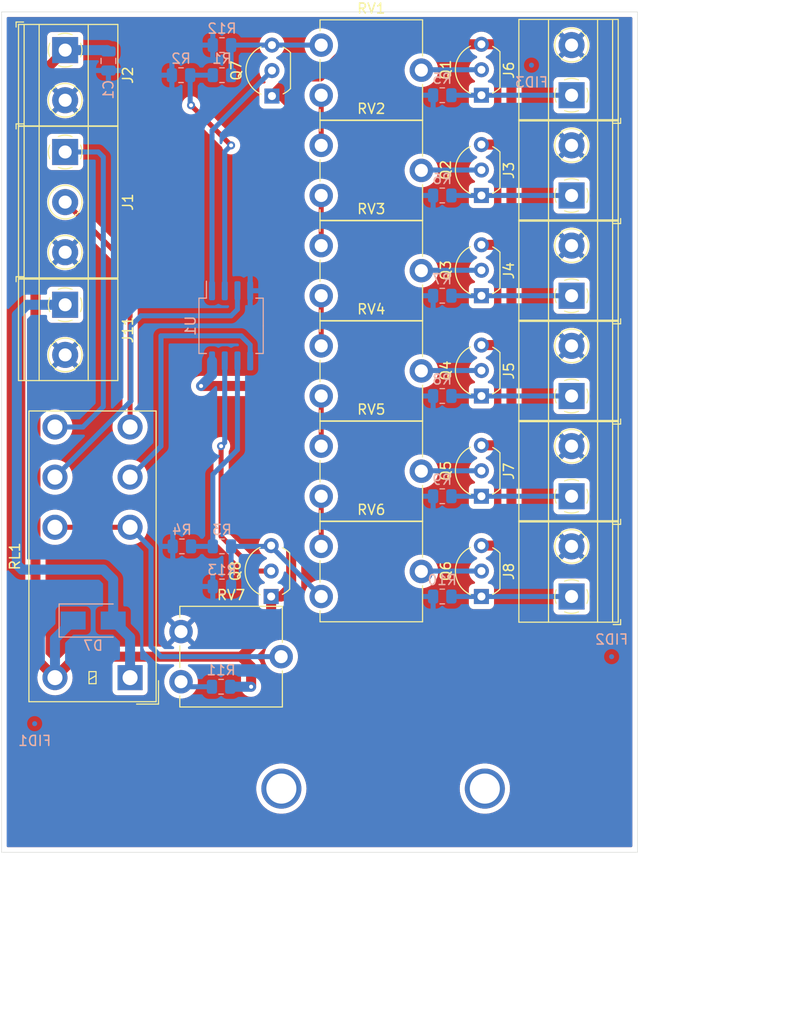
<source format=kicad_pcb>
(kicad_pcb (version 20211014) (generator pcbnew)
  (layers (0 "F.Cu" signal) (31 "B.Cu" signal) (34 "B.Paste" user) (35 "F.Paste" user) (36 "B.SilkS" user "B.Silkscreen") (37 "F.SilkS" user "F.Silkscreen") (38 "B.Mask" user) (39 "F.Mask" user) (44 "Edge.Cuts" user))
  (net 0 "")
  (net 1 "GND")
  (net 2 "+12V")
  (net 3 "Net-(J3-Pad1)")
  (net 4 "Net-(J4-Pad1)")
  (net 5 "Net-(J5-Pad1)")
  (net 6 "Net-(J6-Pad1)")
  (net 7 "Net-(J7-Pad1)")
  (net 8 "Net-(J8-Pad1)")
  (net 9 "Net-(RV1-Pad1)")
  (net 10 "Net-(RV3-Pad1)")
  (net 11 "Net-(D7-Pad2)")
  (net 12 "Net-(J1-Pad1)")
  (net 13 "Net-(J1-Pad2)")
  (net 14 "Net-(R11-Pad2)")
  (net 15 "Net-(RL1-Pad2)")
  (net 16 "Net-(Q1-Pad2)")
  (net 17 "Net-(Q2-Pad2)")
  (net 18 "Net-(Q3-Pad2)")
  (net 19 "Net-(Q4-Pad2)")
  (net 20 "Net-(Q5-Pad2)")
  (net 21 "Net-(Q6-Pad2)")
  (net 22 "Net-(RV2-Pad1)")
  (net 23 "Net-(RL1-Pad3)")
  (net 24 "Net-(RL1-Pad6)")
  (net 25 "Net-(Q7-Pad2)")
  (net 26 "Net-(Q7-Pad3)")
  (net 27 "Net-(Q8-Pad2)")
  (net 28 "Net-(Q8-Pad3)")
  (net 29 "Net-(R1-Pad2)")
  (net 30 "Net-(R3-Pad2)")
  (net 31 "Net-(RV4-Pad1)")
  (net 32 "Net-(RV5-Pad1)")
  (footprint "TerminalBlock_Phoenix:TerminalBlock_Phoenix_MKDS-1,5-2_1x02_P5.00mm_Horizontal" (layer "F.Cu") (at 189 118 90)
    (fp_text reference "J8" (at 2.5 -6.26 90) (layer "F.SilkS"))
    (fp_text value "LAMP6")
    (pad "1" thru_hole rect locked (at 0 0 90) (size 2.6 2.6) (drill 1.3) (layers *.Cu *.Mask) (net 8 "Net-(J8-Pad1)"))
    (pad "2" thru_hole circle locked (at 5 0 90) (size 2.6 2.6) (drill 1.3) (layers *.Cu *.Mask) (net 1 "GND"))
  )
  (footprint "TerminalBlock_Phoenix:TerminalBlock_Phoenix_MKDS-1,5-2_1x02_P5.00mm_Horizontal" (layer "F.Cu") (at 189 88 90)
    (fp_text reference "J4" (at 2.5 -6.26 90) (layer "F.SilkS"))
    (fp_text value "LAMP3")
    (pad "1" thru_hole rect locked (at 0 0 90) (size 2.6 2.6) (drill 1.3) (layers *.Cu *.Mask) (net 4 "Net-(J4-Pad1)"))
    (pad "2" thru_hole circle locked (at 5 0 90) (size 2.6 2.6) (drill 1.3) (layers *.Cu *.Mask) (net 1 "GND"))
  )
  (footprint "TerminalBlock_Phoenix:TerminalBlock_Phoenix_MKDS-1,5-2_1x02_P5.00mm_Horizontal" (layer "F.Cu") (at 189 78 90)
    (fp_text reference "J3" (at 2.5 -6.26 90) (layer "F.SilkS"))
    (fp_text value "LAMP2")
    (pad "1" thru_hole rect locked (at 0 0 90) (size 2.6 2.6) (drill 1.3) (layers *.Cu *.Mask) (net 3 "Net-(J3-Pad1)"))
    (pad "2" thru_hole circle locked (at 5 0 90) (size 2.6 2.6) (drill 1.3) (layers *.Cu *.Mask) (net 1 "GND"))
  )
  (footprint "TerminalBlock_Phoenix:TerminalBlock_Phoenix_MKDS-1,5-2_1x02_P5.00mm_Horizontal" (layer "F.Cu") (at 189 108 90)
    (fp_text reference "J7" (at 2.5 -6.26 90) (layer "F.SilkS"))
    (fp_text value "LAMP5")
    (pad "1" thru_hole rect locked (at 0 0 90) (size 2.6 2.6) (drill 1.3) (layers *.Cu *.Mask) (net 7 "Net-(J7-Pad1)"))
    (pad "2" thru_hole circle locked (at 5 0 90) (size 2.6 2.6) (drill 1.3) (layers *.Cu *.Mask) (net 1 "GND"))
  )
  (footprint "TerminalBlock_Phoenix:TerminalBlock_Phoenix_MKDS-1,5-2_1x02_P5.00mm_Horizontal" (layer "F.Cu") (at 189 68 90)
    (fp_text reference "J6" (at 2.5 -6.26 90) (layer "F.SilkS"))
    (fp_text value "LAMP1")
    (pad "1" thru_hole rect locked (at 0 0 90) (size 2.6 2.6) (drill 1.3) (layers *.Cu *.Mask) (net 6 "Net-(J6-Pad1)"))
    (pad "2" thru_hole circle locked (at 5 0 90) (size 2.6 2.6) (drill 1.3) (layers *.Cu *.Mask) (net 1 "GND"))
  )
  (footprint "TerminalBlock_Phoenix:TerminalBlock_Phoenix_MKDS-1,5-2_1x02_P5.00mm_Horizontal" (layer "F.Cu") (at 189 98 90)
    (fp_text reference "J5" (at 2.5 -6.26 90) (layer "F.SilkS"))
    (fp_text value "LAMP4")
    (pad "1" thru_hole rect locked (at 0 0 90) (size 2.6 2.6) (drill 1.3) (layers *.Cu *.Mask) (net 5 "Net-(J5-Pad1)"))
    (pad "2" thru_hole circle locked (at 5 0 90) (size 2.6 2.6) (drill 1.3) (layers *.Cu *.Mask) (net 1 "GND"))
  )
  (footprint "TerminalBlock_Phoenix:TerminalBlock_Phoenix_MKDS-1,5-3_1x03_P5.00mm_Horizontal" (layer "F.Cu") (at 138.43 73.66 -90)
    (fp_text reference "J1" (at 5 -6.26 90) (layer "F.SilkS"))
    (fp_text value "IN")
    (pad "1" thru_hole rect locked (at 0 0 270) (size 2.6 2.6) (drill 1.3) (layers *.Cu *.Mask) (net 12 "Net-(J1-Pad1)"))
    (pad "2" thru_hole circle locked (at 5 0 270) (size 2.6 2.6) (drill 1.3) (layers *.Cu *.Mask) (net 13 "Net-(J1-Pad2)"))
    (pad "3" thru_hole circle locked (at 10 0 270) (size 2.6 2.6) (drill 1.3) (layers *.Cu *.Mask) (net 1 "GND"))
  )
  (footprint "TerminalBlock_Phoenix:TerminalBlock_Phoenix_MKDS-1,5-2_1x02_P5.00mm_Horizontal" (layer "F.Cu") (at 138.43 63.5 -90)
    (fp_text reference "J2" (at 2.5 -6.26 90) (layer "F.SilkS"))
    (fp_text value "POWER")
    (pad "1" thru_hole rect locked (at 0 0 270) (size 2.6 2.6) (drill 1.3) (layers *.Cu *.Mask) (net 2 "+12V"))
    (pad "2" thru_hole circle locked (at 5 0 270) (size 2.6 2.6) (drill 1.3) (layers *.Cu *.Mask) (net 1 "GND"))
  )
  (footprint "Package_TO_SOT_THT:TO-92_Inline_Wide" (layer "F.Cu") (at 180 108 90)
    (fp_text reference "Q5" (at 2.54 -3.56 90) (layer "F.SilkS"))
    (fp_text value "2N2222")
    (pad "1" thru_hole rect (at 0 0 90) (size 1.5 1.5) (drill 0.8) (layers *.Cu *.Mask) (net 7 "Net-(J7-Pad1)"))
    (pad "2" thru_hole circle (at 2.54 0 90) (size 1.5 1.5) (drill 0.8) (layers *.Cu *.Mask) (net 20 "Net-(Q5-Pad2)"))
    (pad "3" thru_hole circle (at 5.08 0 90) (size 1.5 1.5) (drill 0.8) (layers *.Cu *.Mask) (net 2 "+12V"))
  )
  (footprint "Package_TO_SOT_THT:TO-92_Inline_Wide" (layer "F.Cu") (at 180 78 90)
    (fp_text reference "Q2" (at 2.54 -3.56 90) (layer "F.SilkS"))
    (fp_text value "2N2222")
    (pad "1" thru_hole rect (at 0 0 90) (size 1.5 1.5) (drill 0.8) (layers *.Cu *.Mask) (net 3 "Net-(J3-Pad1)"))
    (pad "2" thru_hole circle (at 2.54 0 90) (size 1.5 1.5) (drill 0.8) (layers *.Cu *.Mask) (net 17 "Net-(Q2-Pad2)"))
    (pad "3" thru_hole circle (at 5.08 0 90) (size 1.5 1.5) (drill 0.8) (layers *.Cu *.Mask) (net 2 "+12V"))
  )
  (footprint "TerminalBlock_Phoenix:TerminalBlock_Phoenix_MKDS-1,5-2_1x02_P5.00mm_Horizontal" (layer "F.Cu") (at 138.43 88.9 -90)
    (fp_text reference "J11" (at 2.5 -6.26 90) (layer "F.SilkS"))
    (fp_text value "ENABLE")
    (pad "1" thru_hole rect (at 0 0 270) (size 2.6 2.6) (drill 1.3) (layers *.Cu *.Mask) (net 11 "Net-(D7-Pad2)"))
    (pad "2" thru_hole circle (at 5 0 270) (size 2.6 2.6) (drill 1.3) (layers *.Cu *.Mask) (net 1 "GND"))
  )
  (footprint "Potentiometer_THT:Potentiometer_ACP_CA9-V10_Vertical" (layer "F.Cu") (at 164 98)
    (fp_text reference "RV4" (at 5 -8.65) (layer "F.SilkS"))
    (fp_text value "20k")
    (pad "1" thru_hole circle (at 0 0) (size 2.34 2.34) (drill 1.3) (layers *.Cu *.Mask) (net 31 "Net-(RV4-Pad1)"))
    (pad "2" thru_hole circle (at 10 -2.5) (size 2.34 2.34) (drill 1.3) (layers *.Cu *.Mask) (net 19 "Net-(Q4-Pad2)"))
    (pad "3" thru_hole circle (at 0 -5) (size 2.34 2.34) (drill 1.3) (layers *.Cu *.Mask) (net 10 "Net-(RV3-Pad1)"))
  )
  (footprint "Potentiometer_THT:Potentiometer_ACP_CA9-V10_Vertical" (layer "F.Cu") (at 164 88)
    (fp_text reference "RV3" (at 5 -8.65) (layer "F.SilkS"))
    (fp_text value "20k")
    (pad "1" thru_hole circle (at 0 0) (size 2.34 2.34) (drill 1.3) (layers *.Cu *.Mask) (net 10 "Net-(RV3-Pad1)"))
    (pad "2" thru_hole circle (at 10 -2.5) (size 2.34 2.34) (drill 1.3) (layers *.Cu *.Mask) (net 18 "Net-(Q3-Pad2)"))
    (pad "3" thru_hole circle (at 0 -5) (size 2.34 2.34) (drill 1.3) (layers *.Cu *.Mask) (net 22 "Net-(RV2-Pad1)"))
  )
  (footprint "Package_TO_SOT_THT:TO-92_Inline_Wide" (layer "F.Cu") (at 159.08 68.08 90)
    (fp_text reference "Q7" (at 2.54 -3.56 90) (layer "F.SilkS"))
    (fp_text value "BC517")
    (pad "1" thru_hole rect (at 0 0 90) (size 1.5 1.5) (drill 0.8) (layers *.Cu *.Mask) (net 2 "+12V"))
    (pad "2" thru_hole circle (at 2.54 0 90) (size 1.5 1.5) (drill 0.8) (layers *.Cu *.Mask) (net 25 "Net-(Q7-Pad2)"))
    (pad "3" thru_hole circle (at 5.08 0 90) (size 1.5 1.5) (drill 0.8) (layers *.Cu *.Mask) (net 26 "Net-(Q7-Pad3)"))
  )
  (footprint "Potentiometer_THT:Potentiometer_ACP_CA9-V10_Vertical" (layer "F.Cu") (at 164 108)
    (fp_text reference "RV5" (at 5 -8.65) (layer "F.SilkS"))
    (fp_text value "20k")
    (pad "1" thru_hole circle (at 0 0) (size 2.34 2.34) (drill 1.3) (layers *.Cu *.Mask) (net 32 "Net-(RV5-Pad1)"))
    (pad "2" thru_hole circle (at 10 -2.5) (size 2.34 2.34) (drill 1.3) (layers *.Cu *.Mask) (net 20 "Net-(Q5-Pad2)"))
    (pad "3" thru_hole circle (at 0 -5) (size 2.34 2.34) (drill 1.3) (layers *.Cu *.Mask) (net 31 "Net-(RV4-Pad1)"))
  )
  (footprint "Potentiometer_THT:Potentiometer_ACP_CA9-V10_Vertical" (layer "F.Cu") (at 164 78)
    (fp_text reference "RV2" (at 5 -8.65) (layer "F.SilkS"))
    (fp_text value "20k")
    (pad "1" thru_hole circle (at 0 0) (size 2.34 2.34) (drill 1.3) (layers *.Cu *.Mask) (net 22 "Net-(RV2-Pad1)"))
    (pad "2" thru_hole circle (at 10 -2.5) (size 2.34 2.34) (drill 1.3) (layers *.Cu *.Mask) (net 17 "Net-(Q2-Pad2)"))
    (pad "3" thru_hole circle (at 0 -5) (size 2.34 2.34) (drill 1.3) (layers *.Cu *.Mask) (net 9 "Net-(RV1-Pad1)"))
  )
  (footprint "Package_TO_SOT_THT:TO-92_Inline_Wide" (layer "F.Cu") (at 159 118 90)
    (fp_text reference "Q8" (at 2.54 -3.56 90) (layer "F.SilkS"))
    (fp_text value "BC517")
    (pad "1" thru_hole rect (at 0 0 90) (size 1.5 1.5) (drill 0.8) (layers *.Cu *.Mask) (net 2 "+12V"))
    (pad "2" thru_hole circle (at 2.54 0 90) (size 1.5 1.5) (drill 0.8) (layers *.Cu *.Mask) (net 27 "Net-(Q8-Pad2)"))
    (pad "3" thru_hole circle (at 5.08 0 90) (size 1.5 1.5) (drill 0.8) (layers *.Cu *.Mask) (net 28 "Net-(Q8-Pad3)"))
  )
  (footprint "Potentiometer_THT:Potentiometer_ACP_CA9-V10_Vertical" (layer "F.Cu") (at 164 118)
    (fp_text reference "RV6" (at 5 -8.65) (layer "F.SilkS"))
    (fp_text value "20k")
    (pad "1" thru_hole circle (at 0 0) (size 2.34 2.34) (drill 1.3) (layers *.Cu *.Mask) (net 28 "Net-(Q8-Pad3)"))
    (pad "2" thru_hole circle (at 10 -2.5) (size 2.34 2.34) (drill 1.3) (layers *.Cu *.Mask) (net 21 "Net-(Q6-Pad2)"))
    (pad "3" thru_hole circle (at 0 -5) (size 2.34 2.34) (drill 1.3) (layers *.Cu *.Mask) (net 32 "Net-(RV5-Pad1)"))
  )
  (footprint "Package_TO_SOT_THT:TO-92_Inline_Wide" (layer "F.Cu") (at 180 118 90)
    (fp_text reference "Q6" (at 2.54 -3.56 90) (layer "F.SilkS"))
    (fp_text value "2N2222")
    (pad "1" thru_hole rect (at 0 0 90) (size 1.5 1.5) (drill 0.8) (layers *.Cu *.Mask) (net 8 "Net-(J8-Pad1)"))
    (pad "2" thru_hole circle (at 2.54 0 90) (size 1.5 1.5) (drill 0.8) (layers *.Cu *.Mask) (net 21 "Net-(Q6-Pad2)"))
    (pad "3" thru_hole circle (at 5.08 0 90) (size 1.5 1.5) (drill 0.8) (layers *.Cu *.Mask) (net 2 "+12V"))
  )
  (footprint "Potentiometer_THT:Potentiometer_ACP_CA9-V10_Vertical" (layer "F.Cu") (at 150 126.5)
    (fp_text reference "RV7" (at 5 -8.65) (layer "F.SilkS"))
    (fp_text value "20k")
    (pad "1" thru_hole circle (at 0 0) (size 2.34 2.34) (drill 1.3) (layers *.Cu *.Mask) (net 14 "Net-(R11-Pad2)"))
    (pad "2" thru_hole circle (at 10 -2.5) (size 2.34 2.34) (drill 1.3) (layers *.Cu *.Mask) (net 15 "Net-(RL1-Pad2)"))
    (pad "3" thru_hole circle (at 0 -5) (size 2.34 2.34) (drill 1.3) (layers *.Cu *.Mask) (net 1 "GND"))
  )
  (footprint "Potentiometer_THT:Potentiometer_ACP_CA9-V10_Vertical" (layer "F.Cu") (at 164 68)
    (fp_text reference "RV1" (at 5 -8.65) (layer "F.SilkS"))
    (fp_text value "20k")
    (pad "1" thru_hole circle (at 0 0) (size 2.34 2.34) (drill 1.3) (layers *.Cu *.Mask) (net 9 "Net-(RV1-Pad1)"))
    (pad "2" thru_hole circle (at 10 -2.5) (size 2.34 2.34) (drill 1.3) (layers *.Cu *.Mask) (net 16 "Net-(Q1-Pad2)"))
    (pad "3" thru_hole circle (at 0 -5) (size 2.34 2.34) (drill 1.3) (layers *.Cu *.Mask) (net 26 "Net-(Q7-Pad3)"))
  )
  (footprint "Package_TO_SOT_THT:TO-92_Inline_Wide" (layer "F.Cu") (at 180 98 90)
    (fp_text reference "Q4" (at 2.54 -3.56 90) (layer "F.SilkS"))
    (fp_text value "2N2222")
    (pad "1" thru_hole rect (at 0 0 90) (size 1.5 1.5) (drill 0.8) (layers *.Cu *.Mask) (net 5 "Net-(J5-Pad1)"))
    (pad "2" thru_hole circle (at 2.54 0 90) (size 1.5 1.5) (drill 0.8) (layers *.Cu *.Mask) (net 19 "Net-(Q4-Pad2)"))
    (pad "3" thru_hole circle (at 5.08 0 90) (size 1.5 1.5) (drill 0.8) (layers *.Cu *.Mask) (net 2 "+12V"))
  )
  (footprint "Package_TO_SOT_THT:TO-92_Inline_Wide" (layer "F.Cu") (at 180 68 90)
    (fp_text reference "Q1" (at 2.54 -3.56 90) (layer "F.SilkS"))
    (fp_text value "2N2222")
    (pad "1" thru_hole rect (at 0 0 90) (size 1.5 1.5) (drill 0.8) (layers *.Cu *.Mask) (net 6 "Net-(J6-Pad1)"))
    (pad "2" thru_hole circle (at 2.54 0 90) (size 1.5 1.5) (drill 0.8) (layers *.Cu *.Mask) (net 16 "Net-(Q1-Pad2)"))
    (pad "3" thru_hole circle (at 5.08 0 90) (size 1.5 1.5) (drill 0.8) (layers *.Cu *.Mask) (net 2 "+12V"))
  )
  (footprint "Relay_THT:Relay_DPDT_Omron_G2RL" (layer "F.Cu") (at 144.9115 126.092 90)
    (fp_text reference "RL1" (at 12.1 -11.5 90) (layer "F.SilkS"))
    (fp_text value "G2RL-2-ASI-DC12")
    (pad "1" thru_hole rect (at 0 0 180) (size 2.5 2.5) (drill 1.5) (layers *.Cu *.Mask) (net 11 "Net-(D7-Pad2)"))
    (pad "2" thru_hole oval (at 15 0 180) (size 2.5 2.5) (drill 1.5) (layers *.Cu *.Mask) (net 15 "Net-(RL1-Pad2)"))
    (pad "3" thru_hole oval (at 20 0 180) (size 2.5 2.5) (drill 1.5) (layers *.Cu *.Mask) (net 23 "Net-(RL1-Pad3)"))
    (pad "4" thru_hole oval (at 25 0 180) (size 2.5 2.5) (drill 1.5) (layers *.Cu *.Mask) (net 13 "Net-(J1-Pad2)"))
    (pad "5" thru_hole oval (at 25 -7.5 180) (size 2.5 2.5) (drill 1.5) (layers *.Cu *.Mask) (net 12 "Net-(J1-Pad1)"))
    (pad "6" thru_hole oval (at 20 -7.5 180) (size 2.5 2.5) (drill 1.5) (layers *.Cu *.Mask) (net 24 "Net-(RL1-Pad6)"))
    (pad "7" thru_hole oval (at 15 -7.5 180) (size 2.5 2.5) (drill 1.5) (layers *.Cu *.Mask) (net 15 "Net-(RL1-Pad2)"))
    (pad "8" thru_hole oval (at 0 -7.5 180) (size 2.5 2.5) (drill 1.5) (layers *.Cu *.Mask) (net 2 "+12V"))
  )
  (footprint "Package_TO_SOT_THT:TO-92_Inline_Wide" (layer "F.Cu") (at 180 88 90)
    (fp_text reference "Q3" (at 2.54 -3.56 90) (layer "F.SilkS"))
    (fp_text value "2N2222")
    (pad "1" thru_hole rect (at 0 0 90) (size 1.5 1.5) (drill 0.8) (layers *.Cu *.Mask) (net 4 "Net-(J4-Pad1)"))
    (pad "2" thru_hole circle (at 2.54 0 90) (size 1.5 1.5) (drill 0.8) (layers *.Cu *.Mask) (net 18 "Net-(Q3-Pad2)"))
    (pad "3" thru_hole circle (at 5.08 0 90) (size 1.5 1.5) (drill 0.8) (layers *.Cu *.Mask) (net 2 "+12V"))
  )
  (footprint "Capacitor_SMD:C_0805_2012Metric" (layer "B.Cu") (at 142.748 64.582 -90)
    (fp_text reference "C1" (at 2.86 0 90) (layer "B.SilkS") (effects (justify mirror)))
    (fp_text value "100nF")
    (pad "1" smd roundrect locked (at -0.95 0 270) (size 1 1.45) (layers "B.Cu" "B.Paste" "B.Mask") (net 2 "+12V"))
    (pad "2" smd roundrect locked (at 0.95 0 270) (size 1 1.45) (layers "B.Cu" "B.Paste" "B.Mask") (net 1 "GND"))
  )
  (footprint "Fiducial:Fiducial_0.5mm_Mask1.5mm" (layer "B.Cu") (at 135.382 130.683)
    (fp_text reference "FID1" (at 0 1.7145) (layer "B.SilkS") (effects (justify mirror)))
    (fp_text value "Fiducial")
    (pad "" smd circle locked (at 0 0) (size 0.5 0.5) (layers "B.Cu" "B.Mask") (clearance 0.5))
  )
  (footprint "Fiducial:Fiducial_0.5mm_Mask1.5mm" (layer "B.Cu") (at 185 65)
    (fp_text reference "FID3" (at 0 1.7145) (layer "B.SilkS") (effects (justify mirror)))
    (fp_text value "Fiducial")
    (pad "" smd circle locked (at 0 0) (size 0.5 0.5) (layers "B.Cu" "B.Mask") (clearance 0.5))
  )
  (footprint "Diode_SMD:D_SMA" (layer "B.Cu") (at 141.224 120.396)
    (fp_text reference "D7" (at 0 2.5) (layer "B.SilkS") (effects (justify mirror)))
    (fp_text value "1N4007")
    (pad "1" smd rect (at -2 0) (size 2.5 1.8) (layers "B.Cu" "B.Paste" "B.Mask") (net 2 "+12V"))
    (pad "2" smd rect (at 2 0) (size 2.5 1.8) (layers "B.Cu" "B.Paste" "B.Mask") (net 11 "Net-(D7-Pad2)"))
  )
  (footprint "Resistor_SMD:R_0805_2012Metric" (layer "B.Cu") (at 176.0875 78 180)
    (fp_text reference "R6" (at 0 1.65) (layer "B.SilkS") (effects (justify mirror)))
    (fp_text value "330")
    (pad "1" smd roundrect (at -0.9125 0 180) (size 1.025 1.4) (layers "B.Cu" "B.Paste" "B.Mask") (roundrect_rratio 0.243902) (net 3 "Net-(J3-Pad1)"))
    (pad "2" smd roundrect (at 0.9125 0 180) (size 1.025 1.4) (layers "B.Cu" "B.Paste" "B.Mask") (roundrect_rratio 0.243902) (net 1 "GND"))
  )
  (footprint "Fiducial:Fiducial_0.5mm_Mask1.5mm" (layer "B.Cu") (at 193 124 180)
    (fp_text reference "FID2" (at 0 1.7145) (layer "B.SilkS") (effects (justify mirror)))
    (fp_text value "Fiducial")
    (pad "" smd circle (at 0 0 180) (size 0.5 0.5) (layers "B.Cu" "B.Mask") (clearance 0.5))
  )
  (footprint "Resistor_SMD:R_0805_2012Metric" (layer "B.Cu") (at 154.0875 66 180)
    (fp_text reference "R1" (at 0 1.65) (layer "B.SilkS") (effects (justify mirror)))
    (fp_text value "10k")
    (pad "1" smd roundrect (at -0.9125 0 180) (size 1.025 1.4) (layers "B.Cu" "B.Paste" "B.Mask") (roundrect_rratio 0.243902) (net 26 "Net-(Q7-Pad3)"))
    (pad "2" smd roundrect (at 0.9125 0 180) (size 1.025 1.4) (layers "B.Cu" "B.Paste" "B.Mask") (roundrect_rratio 0.243902) (net 29 "Net-(R1-Pad2)"))
  )
  (footprint "Resistor_SMD:R_0805_2012Metric" (layer "B.Cu") (at 176.0875 118 180)
    (fp_text reference "R10" (at 0 1.65) (layer "B.SilkS") (effects (justify mirror)))
    (fp_text value "330")
    (pad "1" smd roundrect (at -0.9125 0 180) (size 1.025 1.4) (layers "B.Cu" "B.Paste" "B.Mask") (roundrect_rratio 0.243902) (net 8 "Net-(J8-Pad1)"))
    (pad "2" smd roundrect (at 0.9125 0 180) (size 1.025 1.4) (layers "B.Cu" "B.Paste" "B.Mask") (roundrect_rratio 0.243902) (net 1 "GND"))
  )
  (footprint "Resistor_SMD:R_0805_2012Metric" (layer "B.Cu") (at 154.0875 63 180)
    (fp_text reference "R12" (at 0 1.65) (layer "B.SilkS") (effects (justify mirror)))
    (fp_text value "1k")
    (pad "1" smd roundrect (at -0.9125 0 180) (size 1.025 1.4) (layers "B.Cu" "B.Paste" "B.Mask") (roundrect_rratio 0.243902) (net 26 "Net-(Q7-Pad3)"))
    (pad "2" smd roundrect (at 0.9125 0 180) (size 1.025 1.4) (layers "B.Cu" "B.Paste" "B.Mask") (roundrect_rratio 0.243902) (net 1 "GND"))
  )
  (footprint "Resistor_SMD:R_0805_2012Metric" (layer "B.Cu") (at 176.0875 88 180)
    (fp_text reference "R7" (at 0 1.65) (layer "B.SilkS") (effects (justify mirror)))
    (fp_text value "330")
    (pad "1" smd roundrect (at -0.9125 0 180) (size 1.025 1.4) (layers "B.Cu" "B.Paste" "B.Mask") (roundrect_rratio 0.243902) (net 4 "Net-(J4-Pad1)"))
    (pad "2" smd roundrect (at 0.9125 0 180) (size 1.025 1.4) (layers "B.Cu" "B.Paste" "B.Mask") (roundrect_rratio 0.243902) (net 1 "GND"))
  )
  (footprint "Resistor_SMD:R_0805_2012Metric" (layer "B.Cu") (at 150.0875 113 180)
    (fp_text reference "R4" (at 0 1.65) (layer "B.SilkS") (effects (justify mirror)))
    (fp_text value "4.3k")
    (pad "1" smd roundrect (at -0.9125 0 180) (size 1.025 1.4) (layers "B.Cu" "B.Paste" "B.Mask") (roundrect_rratio 0.243902) (net 30 "Net-(R3-Pad2)"))
    (pad "2" smd roundrect (at 0.9125 0 180) (size 1.025 1.4) (layers "B.Cu" "B.Paste" "B.Mask") (roundrect_rratio 0.243902) (net 1 "GND"))
  )
  (footprint "Resistor_SMD:R_0805_2012Metric" (layer "B.Cu") (at 176.0875 98 180)
    (fp_text reference "R8" (at 0 1.65) (layer "B.SilkS") (effects (justify mirror)))
    (fp_text value "330")
    (pad "1" smd roundrect (at -0.9125 0 180) (size 1.025 1.4) (layers "B.Cu" "B.Paste" "B.Mask") (roundrect_rratio 0.243902) (net 5 "Net-(J5-Pad1)"))
    (pad "2" smd roundrect (at 0.9125 0 180) (size 1.025 1.4) (layers "B.Cu" "B.Paste" "B.Mask") (roundrect_rratio 0.243902) (net 1 "GND"))
  )
  (footprint "Resistor_SMD:R_0805_2012Metric" (layer "B.Cu") (at 150 66 180)
    (fp_text reference "R2" (at 0 1.65) (layer "B.SilkS") (effects (justify mirror)))
    (fp_text value "4.3k")
    (pad "1" smd roundrect (at -0.9125 0 180) (size 1.025 1.4) (layers "B.Cu" "B.Paste" "B.Mask") (roundrect_rratio 0.243902) (net 29 "Net-(R1-Pad2)"))
    (pad "2" smd roundrect (at 0.9125 0 180) (size 1.025 1.4) (layers "B.Cu" "B.Paste" "B.Mask") (roundrect_rratio 0.243902) (net 1 "GND"))
  )
  (footprint "Resistor_SMD:R_0805_2012Metric" (layer "B.Cu") (at 154.0875 117 180)
    (fp_text reference "R13" (at 0 1.65) (layer "B.SilkS") (effects (justify mirror)))
    (fp_text value "1k")
    (pad "1" smd roundrect (at -0.9125 0 180) (size 1.025 1.4) (layers "B.Cu" "B.Paste" "B.Mask") (roundrect_rratio 0.243902) (net 28 "Net-(Q8-Pad3)"))
    (pad "2" smd roundrect (at 0.9125 0 180) (size 1.025 1.4) (layers "B.Cu" "B.Paste" "B.Mask") (roundrect_rratio 0.243902) (net 1 "GND"))
  )
  (footprint "Resistor_SMD:R_0805_2012Metric" (layer "B.Cu") (at 154 127 180)
    (fp_text reference "R11" (at 0 1.65) (layer "B.SilkS") (effects (justify mirror)))
    (fp_text value "1k")
    (pad "1" smd roundrect (at -0.9125 0 180) (size 1.025 1.4) (layers "B.Cu" "B.Paste" "B.Mask") (roundrect_rratio 0.243902) (net 2 "+12V"))
    (pad "2" smd roundrect (at 0.9125 0 180) (size 1.025 1.4) (layers "B.Cu" "B.Paste" "B.Mask") (roundrect_rratio 0.243902) (net 14 "Net-(R11-Pad2)"))
  )
  (footprint "Resistor_SMD:R_0805_2012Metric" (layer "B.Cu") (at 154.0875 113 180)
    (fp_text reference "R3" (at 0 1.65) (layer "B.SilkS") (effects (justify mirror)))
    (fp_text value "10k")
    (pad "1" smd roundrect (at -0.9125 0 180) (size 1.025 1.4) (layers "B.Cu" "B.Paste" "B.Mask") (roundrect_rratio 0.243902) (net 28 "Net-(Q8-Pad3)"))
    (pad "2" smd roundrect (at 0.9125 0 180) (size 1.025 1.4) (layers "B.Cu" "B.Paste" "B.Mask") (roundrect_rratio 0.243902) (net 30 "Net-(R3-Pad2)"))
  )
  (footprint "Package_SO:SO-8_5.3x6.2mm_P1.27mm" (layer "B.Cu") (at 155 91 -90)
    (fp_text reference "U1" (at 0 4.05 90) (layer "B.SilkS") (effects (justify mirror)))
    (fp_text value "LM358")
    (pad "1" smd roundrect (at -3.5 1.905 270) (size 1.9 0.6) (layers "B.Cu" "B.Paste" "B.Mask") (net 25 "Net-(Q7-Pad2)"))
    (pad "2" smd roundrect (at -3.5 0.635 270) (size 1.9 0.6) (layers "B.Cu" "B.Paste" "B.Mask") (net 29 "Net-(R1-Pad2)"))
    (pad "3" smd roundrect (at -3.5 -0.635 270) (size 1.9 0.6) (layers "B.Cu" "B.Paste" "B.Mask") (net 24 "Net-(RL1-Pad6)"))
    (pad "4" smd roundrect (at -3.5 -1.905 270) (size 1.9 0.6) (layers "B.Cu" "B.Paste" "B.Mask") (net 1 "GND"))
    (pad "5" smd roundrect (at 3.5 -1.905 270) (size 1.9 0.6) (layers "B.Cu" "B.Paste" "B.Mask") (net 23 "Net-(RL1-Pad3)"))
    (pad "6" smd roundrect (at 3.5 -0.635 270) (size 1.9 0.6) (layers "B.Cu" "B.Paste" "B.Mask") (net 30 "Net-(R3-Pad2)"))
    (pad "7" smd roundrect (at 3.5 0.635 270) (size 1.9 0.6) (layers "B.Cu" "B.Paste" "B.Mask") (net 27 "Net-(Q8-Pad2)"))
    (pad "8" smd roundrect (at 3.5 1.905 270) (size 1.9 0.6) (layers "B.Cu" "B.Paste" "B.Mask") (net 2 "+12V"))
  )
  (footprint "Resistor_SMD:R_0805_2012Metric" (layer "B.Cu") (at 176.0875 108 180)
    (fp_text reference "R9" (at 0 1.65) (layer "B.SilkS") (effects (justify mirror)))
    (fp_text value "330")
    (pad "1" smd roundrect (at -0.9125 0 180) (size 1.025 1.4) (layers "B.Cu" "B.Paste" "B.Mask") (roundrect_rratio 0.243902) (net 7 "Net-(J7-Pad1)"))
    (pad "2" smd roundrect (at 0.9125 0 180) (size 1.025 1.4) (layers "B.Cu" "B.Paste" "B.Mask") (roundrect_rratio 0.243902) (net 1 "GND"))
  )
  (footprint "Resistor_SMD:R_0805_2012Metric" (layer "B.Cu") (at 176.0875 68 180)
    (fp_text reference "R5" (at 0 1.65) (layer "B.SilkS") (effects (justify mirror)))
    (fp_text value "330")
    (pad "1" smd roundrect (at -0.9125 0 180) (size 1.025 1.4) (layers "B.Cu" "B.Paste" "B.Mask") (roundrect_rratio 0.243902) (net 6 "Net-(J6-Pad1)"))
    (pad "2" smd roundrect (at 0.9125 0 180) (size 1.025 1.4) (layers "B.Cu" "B.Paste" "B.Mask") (roundrect_rratio 0.243902) (net 1 "GND"))
  )
  (gr_line (start 195.58 59.69) (end 195.58 143.51) (layer "Edge.Cuts") (width 0.05))
  (gr_line (start 132.08 59.69) (end 195.58 59.69) (layer "Edge.Cuts") (width 0.05))
  (gr_line (start 195.58 143.51) (end 132.08 143.51) (layer "Edge.Cuts") (width 0.05))
  (gr_line (start 132.08 143.51) (end 132.08 59.69) (layer "Edge.Cuts") (width 0.05))
  (via (at 160.02 137.16) (size 4) (drill 3) (layers "F.Cu" "B.Cu") (net 0))
  (via (at 180.34 137.16) (size 4) (drill 3) (layers "F.Cu" "B.Cu") (net 0))
  (segment (start 157 125) (end 156 124) (width 1) (layer "F.Cu") (net 2))
  (segment (start 180 92.92) (end 182.92 92.92) (width 1) (layer "F.Cu") (net 2))
  (segment (start 180 112.92) (end 182.08 112.92) (width 1) (layer "F.Cu") (net 2))
  (segment (start 139.5035 124) (end 137.4115 126.092) (width 1) (layer "F.Cu") (net 2))
  (segment (start 152 97) (end 161 97) (width 1) (layer "F.Cu") (net 2))
  (segment (start 163.87 66.13) (end 161.03 66.13) (width 1) (layer "F.Cu") (net 2))
  (segment (start 182.08 112.92) (end 183 112) (width 1) (layer "F.Cu") (net 2))
  (segment (start 167.08 62.92) (end 163.87 66.13) (width 1) (layer "F.Cu") (net 2))
  (segment (start 160 118) (end 161 117) (width 1) (layer "F.Cu") (net 2))
  (segment (start 157 127) (end 157 125) (width 1) (layer "F.Cu") (net 2))
  (segment (start 159 118) (end 160 118) (width 1) (layer "F.Cu") (net 2))
  (segment (start 161 117) (end 161 97) (width 1) (layer "F.Cu") (net 2))
  (segment (start 180 62.92) (end 167.08 62.92) (width 1) (layer "F.Cu") (net 2))
  (segment (start 180 102.92) (end 182.92 102.92) (width 1) (layer "F.Cu") (net 2))
  (segment (start 182.92 92.92) (end 183 93) (width 1) (layer "F.Cu") (net 2))
  (segment (start 159 121) (end 156 124) (width 1) (layer "F.Cu") (net 2))
  (segment (start 183 73) (end 183 64) (width 1) (layer "F.Cu") (net 2))
  (segment (start 161 97) (end 161 69) (width 1) (layer "F.Cu") (net 2))
  (segment (start 181.92 62.92) (end 180 62.92) (width 1) (layer "F.Cu") (net 2))
  (segment (start 183 112) (end 183 103) (width 1) (layer "F.Cu") (net 2))
  (segment (start 135.4615 124.142) (end 135.4615 66.4685) (width 1) (layer "F.Cu") (net 2))
  (segment (start 180 82.92) (end 182.92 82.92) (width 1) (layer "F.Cu") (net 2))
  (segment (start 182.92 82.92) (end 183 83) (width 1) (layer "F.Cu") (net 2))
  (segment (start 159.08 68.08) (end 159.16 68) (width 1) (layer "F.Cu") (net 2))
  (segment (start 161.03 66.13) (end 159.08 68.08) (width 1) (layer "F.Cu") (net 2))
  (segment (start 183 93) (end 183 83) (width 1) (layer "F.Cu") (net 2))
  (segment (start 183 83) (end 183 73) (width 1) (layer "F.Cu") (net 2))
  (segment (start 183 64) (end 181.92 62.92) (width 1) (layer "F.Cu") (net 2))
  (segment (start 182.92 72.92) (end 183 73) (width 1) (layer "F.Cu") (net 2))
  (segment (start 135.4615 66.4685) (end 138.43 63.5) (width 1) (layer "F.Cu") (net 2))
  (segment (start 159.16 68) (end 160 68) (width 1) (layer "F.Cu") (net 2))
  (segment (start 180 72.92) (end 182.92 72.92) (width 1) (layer "F.Cu") (net 2))
  (segment (start 137.4115 126.092) (end 135.4615 124.142) (width 1) (layer "F.Cu") (net 2))
  (segment (start 159 118) (end 159 121) (width 1) (layer "F.Cu") (net 2))
  (segment (start 156 124) (end 139.5035 124) (width 1) (layer "F.Cu") (net 2))
  (segment (start 183 103) (end 183 93) (width 1) (layer "F.Cu") (net 2))
  (segment (start 160 68) (end 161 69) (width 1) (layer "F.Cu") (net 2))
  (segment (start 182.92 102.92) (end 183 103) (width 1) (layer "F.Cu") (net 2))
  (via (at 152 97) (size 0.8) (drill 0.4) (layers "F.Cu" "B.Cu") (net 2))
  (via (at 157 127) (size 0.8) (drill 0.4) (layers "F.Cu" "B.Cu") (net 2))
  (segment (start 142.616 63.5) (end 142.748 63.632) (width 1) (layer "B.Cu") (net 2))
  (segment (start 153.095 94.5) (end 153.095 95.905) (width 1) (layer "B.Cu") (net 2))
  (segment (start 137.4115 126.092) (end 137.4115 122.2085) (width 1) (layer "B.Cu") (net 2))
  (segment (start 137.4115 122.2085) (end 139.224 120.396) (width 1) (layer "B.Cu") (net 2))
  (segment (start 138.43 63.5) (end 142.616 63.5) (width 1) (layer "B.Cu") (net 2))
  (segment (start 153.095 95.905) (end 152 97) (width 1) (layer "B.Cu") (net 2))
  (segment (start 154.9125 127) (end 157 127) (width 1) (layer "B.Cu") (net 2))
  (segment (start 189 78) (end 180 78) (width 0.5) (layer "B.Cu") (net 3))
  (segment (start 177 78) (end 180 78) (width 0.5) (layer "B.Cu") (net 3))
  (segment (start 177 88) (end 180 88) (width 0.5) (layer "B.Cu") (net 4))
  (segment (start 189 88) (end 180 88) (width 0.5) (layer "B.Cu") (net 4))
  (segment (start 177 98) (end 180 98) (width 0.5) (layer "B.Cu") (net 5))
  (segment (start 189 98) (end 180 98) (width 0.5) (layer "B.Cu") (net 5))
  (segment (start 180 68) (end 189 68) (width 0.5) (layer "B.Cu") (net 6))
  (segment (start 177 68) (end 180 68) (width 0.5) (layer "B.Cu") (net 6))
  (segment (start 189 108) (end 180 108) (width 0.5) (layer "B.Cu") (net 7))
  (segment (start 177 108) (end 180 108) (width 0.5) (layer "B.Cu") (net 7))
  (segment (start 177 118) (end 180 118) (width 0.5) (layer "B.Cu") (net 8))
  (segment (start 180 118) (end 189 118) (width 0.5) (layer "B.Cu") (net 8))
  (segment (start 164 73) (end 164 68) (width 0.5) (layer "F.Cu") (net 9))
  (segment (start 164 93) (end 164 88) (width 0.5) (layer "F.Cu") (net 10))
  (segment (start 134.112 115.316) (end 133.604 114.808) (width 1) (layer "B.Cu") (net 11))
  (segment (start 142.24 115.316) (end 134.112 115.316) (width 1) (layer "B.Cu") (net 11))
  (segment (start 143.224 120.396) (end 143.224 116.3) (width 1) (layer "B.Cu") (net 11))
  (segment (start 133.604 114.808) (end 133.604 89.916) (width 1) (layer "B.Cu") (net 11))
  (segment (start 133.604 89.916) (end 134.62 88.9) (width 1) (layer "B.Cu") (net 11))
  (segment (start 144.9115 122.0835) (end 143.224 120.396) (width 1) (layer "B.Cu") (net 11))
  (segment (start 134.62 88.9) (end 138.43 88.9) (width 1) (layer "B.Cu") (net 11))
  (segment (start 143.224 116.3) (end 142.24 115.316) (width 1) (layer "B.Cu") (net 11))
  (segment (start 144.9115 126.092) (end 144.9115 122.0835) (width 1) (layer "B.Cu") (net 11))
  (segment (start 142.24 99.06) (end 142.24 74.168) (width 0.5) (layer "B.Cu") (net 12))
  (segment (start 137.4115 101.092) (end 140.208 101.092) (width 0.5) (layer "B.Cu") (net 12))
  (segment (start 142.24 74.168) (end 141.732 73.66) (width 0.5) (layer "B.Cu") (net 12))
  (segment (start 141.732 73.66) (end 138.43 73.66) (width 0.5) (layer "B.Cu") (net 12))
  (segment (start 140.208 101.092) (end 142.24 99.06) (width 0.5) (layer "B.Cu") (net 12))
  (segment (start 144.9115 101.092) (end 144.9115 85.1415) (width 0.5) (layer "F.Cu") (net 13))
  (segment (start 144.9115 85.1415) (end 138.43 78.66) (width 0.5) (layer "F.Cu") (net 13))
  (segment (start 150.5 127) (end 150 126.5) (width 0.5) (layer "B.Cu") (net 14))
  (segment (start 153.0875 127) (end 150.5 127) (width 0.5) (layer "B.Cu") (net 14))
  (segment (start 144.9115 111.092) (end 137.4115 111.092) (width 0.5) (layer "F.Cu") (net 15))
  (segment (start 147 113.1805) (end 144.9115 111.092) (width 0.5) (layer "B.Cu") (net 15))
  (segment (start 160 124) (end 148 124) (width 0.5) (layer "B.Cu") (net 15))
  (segment (start 147 123) (end 147 113.1805) (width 0.5) (layer "B.Cu") (net 15))
  (segment (start 148 124) (end 147 123) (width 0.5) (layer "B.Cu") (net 15))
  (segment (start 180 65.46) (end 174.04 65.46) (width 0.5) (layer "B.Cu") (net 16))
  (segment (start 174.04 65.46) (end 174 65.5) (width 0.5) (layer "B.Cu") (net 16))
  (segment (start 174.04 75.46) (end 174 75.5) (width 0.5) (layer "B.Cu") (net 17))
  (segment (start 180 75.46) (end 174.04 75.46) (width 0.5) (layer "B.Cu") (net 17))
  (segment (start 174.04 85.46) (end 174 85.5) (width 0.5) (layer "B.Cu") (net 18))
  (segment (start 180 85.46) (end 174.04 85.46) (width 0.5) (layer "B.Cu") (net 18))
  (segment (start 174.04 95.46) (end 174 95.5) (width 0.5) (layer "B.Cu") (net 19))
  (segment (start 180 95.46) (end 174.04 95.46) (width 0.5) (layer "B.Cu") (net 19))
  (segment (start 180 105.46) (end 174.04 105.46) (width 0.5) (layer "B.Cu") (net 20))
  (segment (start 174.04 105.46) (end 174 105.5) (width 0.5) (layer "B.Cu") (net 20))
  (segment (start 174.04 115.46) (end 174 115.5) (width 0.5) (layer "B.Cu") (net 21))
  (segment (start 180 115.46) (end 174.04 115.46) (width 0.5) (layer "B.Cu") (net 21))
  (segment (start 164 83) (end 164 78) (width 0.5) (layer "F.Cu") (net 22))
  (segment (start 156 92) (end 148 92) (width 0.5) (layer "B.Cu") (net 23))
  (segment (start 148 103.0035) (end 144.9115 106.092) (width 0.5) (layer "B.Cu") (net 23))
  (segment (start 156.905 92.905) (end 156 92) (width 0.5) (layer "B.Cu") (net 23))
  (segment (start 156.905 94.5) (end 156.905 92.905) (width 0.5) (layer "B.Cu") (net 23))
  (segment (start 148 92) (end 148 103.0035) (width 0.5) (layer "B.Cu") (net 23))
  (segment (start 145 91) (end 146 90) (width 0.5) (layer "B.Cu") (net 24))
  (segment (start 137.4115 106.092) (end 145 98.5035) (width 0.5) (layer "B.Cu") (net 24))
  (segment (start 146 90) (end 155 90) (width 0.5) (layer "B.Cu") (net 24))
  (segment (start 155.635 87.5) (end 155.635 89.365) (width 0.5) (layer "B.Cu") (net 24))
  (segment (start 145 98.5035) (end 145 91) (width 0.5) (layer "B.Cu") (net 24))
  (segment (start 155.635 89.365) (end 155 90) (width 0.5) (layer "B.Cu") (net 24))
  (segment (start 153.095 87.5) (end 153.095 71.525) (width 0.5) (layer "B.Cu") (net 25))
  (segment (start 153.095 71.525) (end 159.08 65.54) (width 0.5) (layer "B.Cu") (net 25))
  (segment (start 164 63) (end 159.08 63) (width 0.5) (layer "B.Cu") (net 26))
  (segment (start 159.08 63) (end 155 63) (width 0.5) (layer "B.Cu") (net 26))
  (segment (start 155 66) (end 155 63) (width 0.5) (layer "B.Cu") (net 26))
  (segment (start 159 115.46) (end 157.46 115.46) (width 0.5) (layer "F.Cu") (net 27))
  (segment (start 154 112) (end 154 103) (width 0.5) (layer "F.Cu") (net 27))
  (segment (start 157.46 115.46) (end 154 112) (width 0.5) (layer "F.Cu") (net 27))
  (via (at 154 103) (size 0.8) (drill 0.4) (layers "F.Cu" "B.Cu") (net 27))
  (segment (start 154.365 94.5) (end 154.365 102.635) (width 0.5) (layer "B.Cu") (net 27))
  (segment (start 154.365 102.635) (end 154 103) (width 0.5) (layer "B.Cu") (net 27))
  (segment (start 158.92 113) (end 159 112.92) (width 0.5) (layer "B.Cu") (net 28))
  (segment (start 155 113) (end 158.92 113) (width 0.5) (layer "B.Cu") (net 28))
  (segment (start 159 113) (end 159 112.92) (width 0.5) (layer "B.Cu") (net 28))
  (segment (start 164 118) (end 159 113) (width 0.5) (layer "B.Cu") (net 28))
  (segment (start 155 117) (end 155 113) (width 0.5) (layer "B.Cu") (net 28))
  (segment (start 155 73) (end 151 69) (width 0.5) (layer "F.Cu") (net 29))
  (via (at 155 73) (size 0.8) (drill 0.4) (layers "F.Cu" "B.Cu") (net 29))
  (via (at 151 69) (size 0.8) (drill 0.4) (layers "F.Cu" "B.Cu") (net 29))
  (segment (start 154.365 87.5) (end 154.365 73.635) (width 0.5) (layer "B.Cu") (net 29))
  (segment (start 154.365 73.635) (end 155 73) (width 0.5) (layer "B.Cu") (net 29))
  (segment (start 153.175 66) (end 150.9125 66) (width 0.5) (layer "B.Cu") (net 29))
  (segment (start 150.9125 68.9125) (end 151 69) (width 0.5) (layer "B.Cu") (net 29))
  (segment (start 150.9125 66) (end 150.9125 68.9125) (width 0.5) (layer "B.Cu") (net 29))
  (segment (start 153.175 105.825) (end 153.175 113) (width 0.5) (layer "B.Cu") (net 30))
  (segment (start 153.175 113) (end 151 113) (width 0.5) (layer "B.Cu") (net 30))
  (segment (start 155.635 103.365) (end 153.175 105.825) (width 0.5) (layer "B.Cu") (net 30))
  (segment (start 155.635 94.5) (end 155.635 103.365) (width 0.5) (layer "B.Cu") (net 30))
  (segment (start 164 103) (end 164 98) (width 0.5) (layer "F.Cu") (net 31))
  (segment (start 164 113) (end 164 108) (width 0.5) (layer "F.Cu") (net 32))
  (zone (net 1) (net_name "GND") (layer "F.Cu") (connect_pads (clearance 0.508)) (min_thickness 0.254) (fill yes (thermal_gap 0.508) (thermal_bridge_width 0.508))
    (polygon (pts (xy 195.58 143.51) (xy 132.08 143.51) (xy 132.08 59.69) (xy 195.58 59.69)))
  )
  (zone (net 1) (net_name "GND") (layer "B.Cu") (connect_pads (clearance 0.508)) (min_thickness 0.254) (fill yes (thermal_gap 0.508) (thermal_bridge_width 0.508))
    (polygon (pts (xy 195.58 143.51) (xy 132.08 143.51) (xy 132.08 59.69) (xy 195.58 59.69)))
  )
)
</source>
